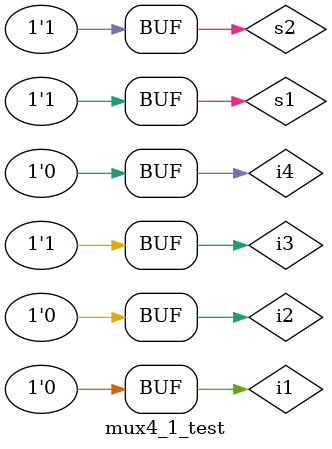
<source format=v>

module mux4_1_test;

	// Inputs
	reg i1;
	reg i2;
	reg i3;
	reg i4;
	reg s1;
	reg s2;

	// Outputs
	wire out;

	// Instantiate the Unit Under Test (UUT)
	mux4_1 uut (
		.out(out), 
		.i1(i1), 
		.i2(i2), 
		.i3(i3), 
		.i4(i4), 
		.s1(s1), 
		.s2(s2)
	);

	initial begin
		// Initialize Inputs
		i1 = 0;
		i2 = 0;
		i3 = 0;
		i4 = 0;
		s1 = 0;
		s2 = 0;

		// Wait 100 ns for global reset to finish
		#100;
        
		// Add stimulus here
        s1 = 0;
        s2 = 0;
        i1 = 1;
        #10;
        i1 = 0;
        #10;
        i2 = 1;
        #10;
        i2 = 0;
        #10;
        i3 = 1;
        #10;
        s1 = 0;
        s2 = 1;
        #10;
        s1 = 1;
        s2 = 1;
	end
      
endmodule

</source>
